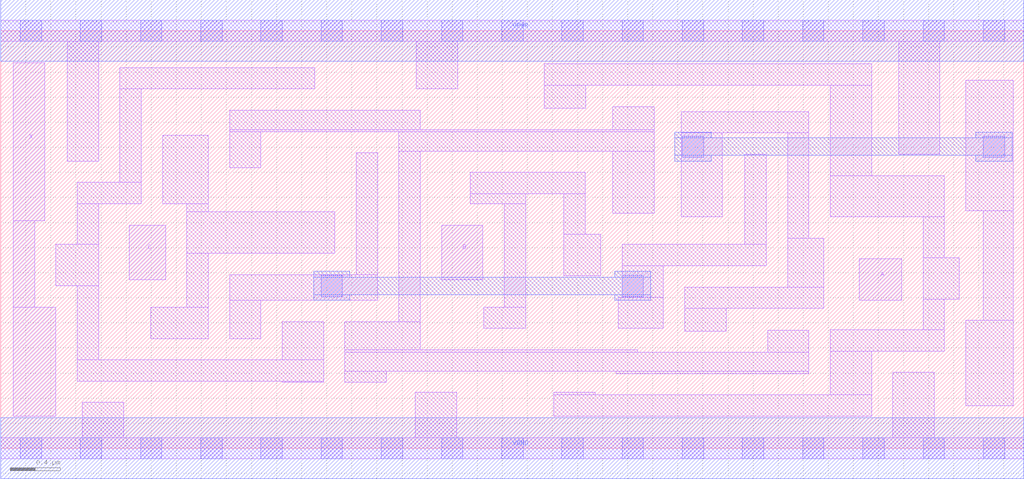
<source format=lef>
# Copyright 2020 The SkyWater PDK Authors
#
# Licensed under the Apache License, Version 2.0 (the "License");
# you may not use this file except in compliance with the License.
# You may obtain a copy of the License at
#
#     https://www.apache.org/licenses/LICENSE-2.0
#
# Unless required by applicable law or agreed to in writing, software
# distributed under the License is distributed on an "AS IS" BASIS,
# WITHOUT WARRANTIES OR CONDITIONS OF ANY KIND, either express or implied.
# See the License for the specific language governing permissions and
# limitations under the License.
#
# SPDX-License-Identifier: Apache-2.0

VERSION 5.7 ;
  NAMESCASESENSITIVE ON ;
  NOWIREEXTENSIONATPIN ON ;
  DIVIDERCHAR "/" ;
  BUSBITCHARS "[]" ;
UNITS
  DATABASE MICRONS 200 ;
END UNITS
MACRO sky130_fd_sc_lp__xnor3_1
  CLASS CORE ;
  FOREIGN sky130_fd_sc_lp__xnor3_1 ;
  ORIGIN  0.000000  0.000000 ;
  SIZE  8.160000 BY  3.330000 ;
  SYMMETRY X Y R90 ;
  SITE unit ;
  PIN A
    ANTENNAGATEAREA  0.246000 ;
    DIRECTION INPUT ;
    USE SIGNAL ;
    PORT
      LAYER li1 ;
        RECT 6.845000 1.180000 7.185000 1.510000 ;
    END
  END A
  PIN B
    ANTENNAGATEAREA  0.729000 ;
    DIRECTION INPUT ;
    USE SIGNAL ;
    PORT
      LAYER li1 ;
        RECT 3.515000 1.345000 3.845000 1.780000 ;
    END
  END B
  PIN C
    ANTENNAGATEAREA  0.381000 ;
    DIRECTION INPUT ;
    USE SIGNAL ;
    PORT
      LAYER li1 ;
        RECT 1.025000 1.345000 1.315000 1.780000 ;
    END
  END C
  PIN X
    ANTENNADIFFAREA  0.575400 ;
    DIRECTION OUTPUT ;
    USE SIGNAL ;
    PORT
      LAYER li1 ;
        RECT 0.100000 0.255000 0.440000 1.125000 ;
        RECT 0.100000 1.125000 0.270000 1.815000 ;
        RECT 0.100000 1.815000 0.350000 3.075000 ;
    END
  END X
  PIN VGND
    DIRECTION INOUT ;
    USE GROUND ;
    PORT
      LAYER met1 ;
        RECT 0.000000 -0.245000 8.160000 0.245000 ;
    END
  END VGND
  PIN VPWR
    DIRECTION INOUT ;
    USE POWER ;
    PORT
      LAYER met1 ;
        RECT 0.000000 3.085000 8.160000 3.575000 ;
    END
  END VPWR
  OBS
    LAYER li1 ;
      RECT 0.000000 -0.085000 8.160000 0.085000 ;
      RECT 0.000000  3.245000 8.160000 3.415000 ;
      RECT 0.440000  1.295000 0.780000 1.625000 ;
      RECT 0.530000  2.290000 0.780000 3.245000 ;
      RECT 0.610000  0.535000 2.575000 0.705000 ;
      RECT 0.610000  0.705000 0.780000 1.295000 ;
      RECT 0.610000  1.625000 0.780000 1.950000 ;
      RECT 0.610000  1.950000 1.120000 2.120000 ;
      RECT 0.650000  0.085000 0.980000 0.365000 ;
      RECT 0.950000  2.120000 1.120000 2.865000 ;
      RECT 0.950000  2.865000 2.505000 3.035000 ;
      RECT 1.195000  0.875000 1.655000 1.125000 ;
      RECT 1.290000  1.950000 1.655000 2.495000 ;
      RECT 1.485000  1.125000 1.655000 1.555000 ;
      RECT 1.485000  1.555000 2.665000 1.885000 ;
      RECT 1.485000  1.885000 1.655000 1.950000 ;
      RECT 1.825000  0.875000 2.075000 1.180000 ;
      RECT 1.825000  1.180000 3.005000 1.385000 ;
      RECT 1.825000  2.235000 2.075000 2.525000 ;
      RECT 1.825000  2.525000 5.210000 2.540000 ;
      RECT 1.825000  2.540000 3.345000 2.695000 ;
      RECT 2.245000  0.525000 2.575000 0.535000 ;
      RECT 2.245000  0.705000 2.575000 1.010000 ;
      RECT 2.745000  0.525000 3.075000 0.615000 ;
      RECT 2.745000  0.615000 6.445000 0.765000 ;
      RECT 2.745000  0.765000 5.080000 0.785000 ;
      RECT 2.745000  0.785000 3.345000 1.010000 ;
      RECT 2.835000  1.385000 3.005000 2.355000 ;
      RECT 3.175000  1.010000 3.345000 2.370000 ;
      RECT 3.175000  2.370000 5.210000 2.525000 ;
      RECT 3.305000  0.085000 3.635000 0.445000 ;
      RECT 3.315000  2.865000 3.645000 3.245000 ;
      RECT 3.745000  1.950000 4.185000 2.030000 ;
      RECT 3.745000  2.030000 4.660000 2.200000 ;
      RECT 3.850000  0.955000 4.185000 1.125000 ;
      RECT 4.015000  1.125000 4.185000 1.950000 ;
      RECT 4.335000  2.710000 4.665000 2.895000 ;
      RECT 4.335000  2.895000 6.945000 3.065000 ;
      RECT 4.410000  0.255000 6.945000 0.425000 ;
      RECT 4.410000  0.425000 4.740000 0.445000 ;
      RECT 4.490000  1.375000 4.785000 1.705000 ;
      RECT 4.490000  1.705000 4.660000 2.030000 ;
      RECT 4.880000  1.875000 5.210000 2.370000 ;
      RECT 4.880000  2.540000 5.210000 2.725000 ;
      RECT 4.910000  0.595000 6.445000 0.615000 ;
      RECT 4.925000  0.955000 5.285000 1.205000 ;
      RECT 4.955000  1.205000 5.285000 1.455000 ;
      RECT 4.955000  1.455000 6.105000 1.625000 ;
      RECT 5.425000  1.845000 5.755000 2.515000 ;
      RECT 5.425000  2.515000 6.445000 2.685000 ;
      RECT 5.455000  0.935000 5.785000 1.115000 ;
      RECT 5.455000  1.115000 6.565000 1.285000 ;
      RECT 5.935000  1.625000 6.105000 2.345000 ;
      RECT 6.115000  0.765000 6.445000 0.940000 ;
      RECT 6.275000  1.285000 6.565000 1.675000 ;
      RECT 6.275000  1.675000 6.445000 2.515000 ;
      RECT 6.615000  0.425000 6.945000 0.775000 ;
      RECT 6.615000  0.775000 7.525000 0.945000 ;
      RECT 6.615000  1.845000 7.525000 2.175000 ;
      RECT 6.615000  2.175000 6.945000 2.895000 ;
      RECT 7.115000  0.085000 7.445000 0.605000 ;
      RECT 7.160000  2.345000 7.490000 3.245000 ;
      RECT 7.355000  0.945000 7.525000 1.190000 ;
      RECT 7.355000  1.190000 7.645000 1.520000 ;
      RECT 7.355000  1.520000 7.525000 1.845000 ;
      RECT 7.695000  0.340000 8.075000 1.020000 ;
      RECT 7.695000  1.895000 8.075000 2.935000 ;
      RECT 7.835000  1.020000 8.075000 1.895000 ;
    LAYER mcon ;
      RECT 0.155000 -0.085000 0.325000 0.085000 ;
      RECT 0.155000  3.245000 0.325000 3.415000 ;
      RECT 0.635000 -0.085000 0.805000 0.085000 ;
      RECT 0.635000  3.245000 0.805000 3.415000 ;
      RECT 1.115000 -0.085000 1.285000 0.085000 ;
      RECT 1.115000  3.245000 1.285000 3.415000 ;
      RECT 1.595000 -0.085000 1.765000 0.085000 ;
      RECT 1.595000  3.245000 1.765000 3.415000 ;
      RECT 2.075000 -0.085000 2.245000 0.085000 ;
      RECT 2.075000  3.245000 2.245000 3.415000 ;
      RECT 2.555000 -0.085000 2.725000 0.085000 ;
      RECT 2.555000  1.210000 2.725000 1.380000 ;
      RECT 2.555000  3.245000 2.725000 3.415000 ;
      RECT 3.035000 -0.085000 3.205000 0.085000 ;
      RECT 3.035000  3.245000 3.205000 3.415000 ;
      RECT 3.515000 -0.085000 3.685000 0.085000 ;
      RECT 3.515000  3.245000 3.685000 3.415000 ;
      RECT 3.995000 -0.085000 4.165000 0.085000 ;
      RECT 3.995000  3.245000 4.165000 3.415000 ;
      RECT 4.475000 -0.085000 4.645000 0.085000 ;
      RECT 4.475000  3.245000 4.645000 3.415000 ;
      RECT 4.955000 -0.085000 5.125000 0.085000 ;
      RECT 4.955000  1.210000 5.125000 1.380000 ;
      RECT 4.955000  3.245000 5.125000 3.415000 ;
      RECT 5.435000 -0.085000 5.605000 0.085000 ;
      RECT 5.435000  2.320000 5.605000 2.490000 ;
      RECT 5.435000  3.245000 5.605000 3.415000 ;
      RECT 5.915000 -0.085000 6.085000 0.085000 ;
      RECT 5.915000  3.245000 6.085000 3.415000 ;
      RECT 6.395000 -0.085000 6.565000 0.085000 ;
      RECT 6.395000  3.245000 6.565000 3.415000 ;
      RECT 6.875000 -0.085000 7.045000 0.085000 ;
      RECT 6.875000  3.245000 7.045000 3.415000 ;
      RECT 7.355000 -0.085000 7.525000 0.085000 ;
      RECT 7.355000  3.245000 7.525000 3.415000 ;
      RECT 7.835000 -0.085000 8.005000 0.085000 ;
      RECT 7.835000  2.320000 8.005000 2.490000 ;
      RECT 7.835000  3.245000 8.005000 3.415000 ;
    LAYER met1 ;
      RECT 2.495000 1.180000 2.785000 1.225000 ;
      RECT 2.495000 1.225000 5.185000 1.365000 ;
      RECT 2.495000 1.365000 2.785000 1.410000 ;
      RECT 4.895000 1.180000 5.185000 1.225000 ;
      RECT 4.895000 1.365000 5.185000 1.410000 ;
      RECT 5.375000 2.290000 5.665000 2.335000 ;
      RECT 5.375000 2.335000 8.065000 2.475000 ;
      RECT 5.375000 2.475000 5.665000 2.520000 ;
      RECT 7.775000 2.290000 8.065000 2.335000 ;
      RECT 7.775000 2.475000 8.065000 2.520000 ;
  END
END sky130_fd_sc_lp__xnor3_1
END LIBRARY

</source>
